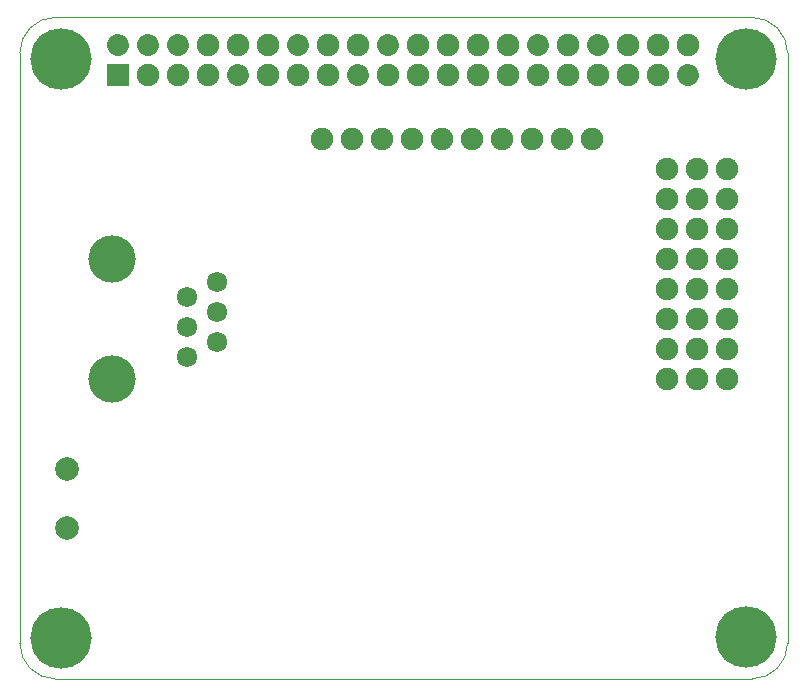
<source format=gbr>
G04 #@! TF.FileFunction,Soldermask,Bot*
%FSLAX46Y46*%
G04 Gerber Fmt 4.6, Leading zero omitted, Abs format (unit mm)*
G04 Created by KiCad (PCBNEW 4.0.2-stable) date 9/14/2021 9:27:19 PM*
%MOMM*%
G01*
G04 APERTURE LIST*
%ADD10C,0.100000*%
%ADD11C,1.900000*%
%ADD12C,5.200000*%
%ADD13C,2.000000*%
%ADD14R,1.900000X1.900000*%
%ADD15C,1.900000*%
%ADD16O,1.900000X1.900000*%
%ADD17C,1.724000*%
%ADD18C,4.000000*%
G04 APERTURE END LIST*
D10*
X78546356Y-63817611D02*
X78546356Y-113817611D01*
X78546356Y-63817611D02*
G75*
G02X81546356Y-60817611I3000000J0D01*
G01*
X140546356Y-60817611D02*
X81546356Y-60817611D01*
X140546356Y-60817611D02*
G75*
G02X143546356Y-63817611I0J-3000000D01*
G01*
X143546356Y-113817611D02*
X143546356Y-63817611D01*
X81546356Y-116817611D02*
G75*
G02X78546356Y-113817611I0J3000000D01*
G01*
X81546356Y-116817611D02*
X140546356Y-116817611D01*
X143546351Y-113822847D02*
G75*
G02X140546356Y-116817611I-2999995J5236D01*
G01*
D11*
X104140000Y-71120000D03*
X106680000Y-71120000D03*
X109220000Y-71120000D03*
X111760000Y-71120000D03*
X114300000Y-71120000D03*
X116840000Y-71120000D03*
X119380000Y-71120000D03*
X121920000Y-71120000D03*
X124460000Y-71120000D03*
X127000000Y-71120000D03*
X133359410Y-73660000D03*
X133359410Y-76200000D03*
X133359410Y-78740000D03*
X133359410Y-81280000D03*
X133359410Y-83820000D03*
X133359410Y-86360000D03*
X133359410Y-88900000D03*
X133359410Y-91440000D03*
X138430000Y-91440000D03*
X138430000Y-88900000D03*
X138430000Y-86360000D03*
X138430000Y-83820000D03*
X138430000Y-81280000D03*
X138430000Y-78740000D03*
X138430000Y-76200000D03*
X138430000Y-73660000D03*
X135890000Y-73660000D03*
X135890000Y-76200000D03*
X135890000Y-78740000D03*
X135890000Y-81280000D03*
X135890000Y-83820000D03*
X135890000Y-86360000D03*
X135890000Y-88900000D03*
X135890000Y-91440000D03*
D12*
X82046356Y-64317611D03*
X140040000Y-64330000D03*
X82040000Y-113320000D03*
X140030000Y-113310000D03*
D13*
X82550000Y-104060000D03*
X82550000Y-99060000D03*
D14*
X86868000Y-65659000D03*
D15*
X86868000Y-63119000D02*
X86868000Y-63119000D01*
D16*
X89408000Y-65659000D03*
D15*
X89408000Y-63119000D02*
X89408000Y-63119000D01*
D16*
X91948000Y-65659000D03*
D15*
X91948000Y-63119000D02*
X91948000Y-63119000D01*
D16*
X94488000Y-65659000D03*
X94488000Y-63119000D03*
D15*
X97028000Y-65659000D02*
X97028000Y-65659000D01*
D16*
X97028000Y-63119000D03*
X99568000Y-65659000D03*
X99568000Y-63119000D03*
X102108000Y-65659000D03*
D15*
X102108000Y-63119000D02*
X102108000Y-63119000D01*
D16*
X104648000Y-65659000D03*
X104648000Y-63119000D03*
D15*
X107188000Y-65659000D02*
X107188000Y-65659000D01*
D16*
X107188000Y-63119000D03*
X109728000Y-65659000D03*
D15*
X109728000Y-63119000D02*
X109728000Y-63119000D01*
D16*
X112268000Y-65659000D03*
X112268000Y-63119000D03*
X114808000Y-65659000D03*
X114808000Y-63119000D03*
X117348000Y-65659000D03*
X117348000Y-63119000D03*
X119888000Y-65659000D03*
X119888000Y-63119000D03*
X122428000Y-65659000D03*
D15*
X122428000Y-63119000D02*
X122428000Y-63119000D01*
D16*
X124968000Y-65659000D03*
X124968000Y-63119000D03*
X127508000Y-65659000D03*
D15*
X127508000Y-63119000D02*
X127508000Y-63119000D01*
D16*
X130048000Y-65659000D03*
X130048000Y-63119000D03*
X132588000Y-65659000D03*
X132588000Y-63119000D03*
D15*
X135128000Y-65659000D02*
X135128000Y-65659000D01*
D16*
X135128000Y-63119000D03*
D17*
X92710000Y-89530000D03*
D18*
X86360000Y-81280000D03*
X86360000Y-91440000D03*
D17*
X92710000Y-86990000D03*
X92710000Y-84450000D03*
X95250000Y-88260000D03*
X95250000Y-85720000D03*
X95250000Y-83180000D03*
M02*

</source>
